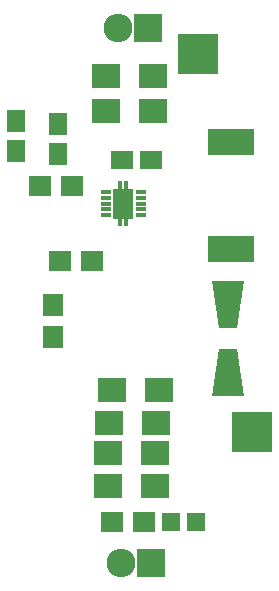
<source format=gts>
G04 #@! TF.FileFunction,Soldermask,Top*
%FSLAX46Y46*%
G04 Gerber Fmt 4.6, Leading zero omitted, Abs format (unit mm)*
G04 Created by KiCad (PCBNEW 0.201509151501+6198~30~ubuntu14.04.1-product) date Sun 08 Nov 2015 02:29:05 PM EST*
%MOMM*%
G01*
G04 APERTURE LIST*
%ADD10C,0.100000*%
%ADD11R,2.400000X2.000000*%
%ADD12R,1.900000X1.650000*%
%ADD13R,1.650000X1.900000*%
%ADD14R,4.000000X2.200000*%
%ADD15R,2.432000X2.432000*%
%ADD16O,2.432000X2.432000*%
%ADD17R,1.900000X1.700000*%
%ADD18R,1.700000X1.900000*%
%ADD19R,3.399740X3.399740*%
%ADD20C,0.501600*%
%ADD21O,0.951600X0.381600*%
%ADD22R,1.751600X2.501600*%
%ADD23R,0.381600X0.801600*%
%ADD24R,1.598880X1.598880*%
G04 APERTURE END LIST*
D10*
D11*
X121893080Y-61605160D03*
X117893080Y-61605160D03*
X121937280Y-64582040D03*
X117937280Y-64582040D03*
D12*
X121747600Y-68686680D03*
X119247600Y-68686680D03*
D13*
X113863120Y-68184400D03*
X113863120Y-65684400D03*
X110342680Y-67915160D03*
X110342680Y-65415160D03*
D11*
X122396000Y-88138000D03*
X118396000Y-88138000D03*
X122142000Y-90932000D03*
X118142000Y-90932000D03*
X122110000Y-93472000D03*
X118110000Y-93472000D03*
X122110000Y-96266000D03*
X118110000Y-96266000D03*
D10*
G36*
X129619350Y-88721540D02*
X126920650Y-88721540D01*
X127520090Y-84719820D01*
X129019910Y-84719820D01*
X129619350Y-88721540D01*
X129619350Y-88721540D01*
G37*
G36*
X126920650Y-78918460D02*
X129619350Y-78918460D01*
X129019910Y-82920180D01*
X127520090Y-82920180D01*
X126920650Y-78918460D01*
X126920650Y-78918460D01*
G37*
D14*
X128524000Y-67200000D03*
X128524000Y-76200000D03*
D15*
X121498360Y-57561480D03*
D16*
X118958360Y-57561480D03*
D15*
X121762520Y-102788720D03*
D16*
X119222520Y-102788720D03*
D17*
X115023880Y-70891400D03*
X112323880Y-70891400D03*
X116737120Y-77282040D03*
X114037120Y-77282040D03*
D18*
X113441480Y-80956160D03*
X113441480Y-83656160D03*
D19*
X125730000Y-59690000D03*
X130302000Y-91694000D03*
D20*
X119380000Y-72390000D03*
D21*
X117905000Y-71390000D03*
X117905000Y-71890000D03*
X117905000Y-72390000D03*
X117905000Y-72890000D03*
X117905000Y-73390000D03*
X120855000Y-73390000D03*
X120855000Y-72890000D03*
X120855000Y-72390000D03*
X120855000Y-71890000D03*
X120855000Y-71390000D03*
D22*
X119380000Y-72390000D03*
D23*
X119630000Y-70840000D03*
X119130000Y-70840000D03*
X119630000Y-73940000D03*
X119130000Y-73940000D03*
D24*
X125542040Y-99314000D03*
X123444000Y-99314000D03*
D17*
X121158000Y-99314000D03*
X118458000Y-99314000D03*
M02*

</source>
